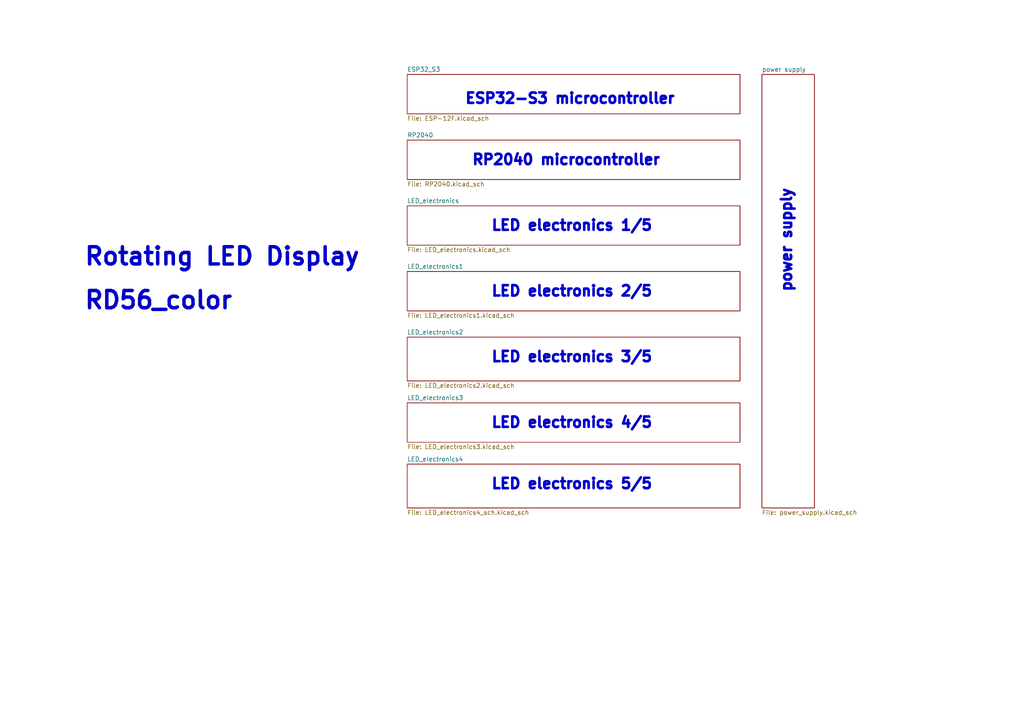
<source format=kicad_sch>
(kicad_sch
	(version 20231120)
	(generator "eeschema")
	(generator_version "8.0")
	(uuid "f80c1822-db32-4cb0-a7ce-3b6816566ddf")
	(paper "A4")
	(title_block
		(title "RD56_color")
		(date "2023-08-20")
		(rev "Rev 2")
		(company "Ludwin Monz")
		(comment 1 "you may not use the material for commercial purposes.")
		(comment 2 "you may use non-commercially, adapt, share alike ")
		(comment 3 "https://creativecommons.org/licenses/by-nc-sa/4.0/")
		(comment 4 "License: Creative Commons Attribution-Non-Commercial (CC BY-NC-SA)")
	)
	(lib_symbols)
	(text "Rotating LED Display"
		(exclude_from_sim no)
		(at 24.13 77.47 0)
		(effects
			(font
				(size 5 5)
				(bold yes)
			)
			(justify left bottom)
		)
		(uuid "0db0b716-fc86-4361-8210-24d9984c5ab8")
	)
	(text "RP2040 microcontroller"
		(exclude_from_sim no)
		(at 191.77 48.26 0)
		(effects
			(font
				(size 3 3)
				(thickness 0.8)
				(bold yes)
			)
			(justify right bottom)
		)
		(uuid "2b9358ef-66fa-40e2-897a-29f72a8d8dd3")
	)
	(text "LED electronics 5/5"
		(exclude_from_sim no)
		(at 142.24 142.24 0)
		(effects
			(font
				(size 3 3)
				(thickness 0.8)
				(bold yes)
			)
			(justify left bottom)
		)
		(uuid "800ff070-1b85-4219-a36f-e037a1f3d6a8")
	)
	(text "LED electronics 3/5"
		(exclude_from_sim no)
		(at 142.24 105.41 0)
		(effects
			(font
				(size 3 3)
				(thickness 0.8)
				(bold yes)
			)
			(justify left bottom)
		)
		(uuid "8cbd3600-e695-4e5c-9ae1-d2f08a0a67da")
	)
	(text "power supply"
		(exclude_from_sim no)
		(at 229.87 85.09 90)
		(effects
			(font
				(size 3 3)
				(thickness 0.8)
				(bold yes)
			)
			(justify left bottom)
		)
		(uuid "90425795-5a8e-46fd-bac6-3a7ff42311c1")
	)
	(text "ESP32-S3 microcontroller"
		(exclude_from_sim no)
		(at 134.62 30.48 0)
		(effects
			(font
				(size 3 3)
				(thickness 0.8)
				(bold yes)
			)
			(justify left bottom)
		)
		(uuid "a1d0b7b9-7d9d-4e37-8977-06816de5cc50")
	)
	(text "RD56_color"
		(exclude_from_sim no)
		(at 24.13 90.17 0)
		(effects
			(font
				(size 5 5)
				(bold yes)
			)
			(justify left bottom)
		)
		(uuid "bd09edbb-119a-45d3-8756-ef26cbfc67bb")
	)
	(text "LED electronics 1/5"
		(exclude_from_sim no)
		(at 142.24 67.31 0)
		(effects
			(font
				(size 3 3)
				(thickness 0.8)
				(bold yes)
			)
			(justify left bottom)
		)
		(uuid "ca02489d-d058-40c3-aa1d-538dfd145613")
	)
	(text "LED electronics 2/5"
		(exclude_from_sim no)
		(at 142.24 86.36 0)
		(effects
			(font
				(size 3 3)
				(thickness 0.8)
				(bold yes)
			)
			(justify left bottom)
		)
		(uuid "d22aef1f-19c9-4834-b353-4af203eb5921")
	)
	(text "LED electronics 4/5"
		(exclude_from_sim no)
		(at 142.24 124.46 0)
		(effects
			(font
				(size 3 3)
				(thickness 0.8)
				(bold yes)
			)
			(justify left bottom)
		)
		(uuid "f17e10f3-4c92-4191-b4cf-b6d502c4d25c")
	)
	(sheet
		(at 118.11 78.74)
		(size 96.52 11.43)
		(fields_autoplaced yes)
		(stroke
			(width 0.1524)
			(type solid)
		)
		(fill
			(color 0 0 0 0.0000)
		)
		(uuid "17ff4d09-ce0d-4377-8642-864f00716734")
		(property "Sheetname" "LED_electronics1"
			(at 118.11 78.0284 0)
			(effects
				(font
					(size 1.27 1.27)
				)
				(justify left bottom)
			)
		)
		(property "Sheetfile" "LED_electronics1.kicad_sch"
			(at 118.11 90.7546 0)
			(effects
				(font
					(size 1.27 1.27)
				)
				(justify left top)
			)
		)
		(instances
			(project "RD56"
				(path "/f80c1822-db32-4cb0-a7ce-3b6816566ddf"
					(page "6")
				)
			)
		)
	)
	(sheet
		(at 118.11 134.62)
		(size 96.52 12.7)
		(fields_autoplaced yes)
		(stroke
			(width 0.1524)
			(type solid)
		)
		(fill
			(color 0 0 0 0.0000)
		)
		(uuid "3bddc1b2-e6c8-4e21-8e71-6cbe9ef35c8e")
		(property "Sheetname" "LED_electronics4"
			(at 118.11 133.9084 0)
			(effects
				(font
					(size 1.27 1.27)
				)
				(justify left bottom)
			)
		)
		(property "Sheetfile" "LED_electronics4_sch.kicad_sch"
			(at 118.11 147.9046 0)
			(effects
				(font
					(size 1.27 1.27)
				)
				(justify left top)
			)
		)
		(instances
			(project "RD56"
				(path "/f80c1822-db32-4cb0-a7ce-3b6816566ddf"
					(page "9")
				)
			)
		)
	)
	(sheet
		(at 118.11 116.84)
		(size 96.52 11.43)
		(fields_autoplaced yes)
		(stroke
			(width 0.1524)
			(type solid)
		)
		(fill
			(color 0 0 0 0.0000)
		)
		(uuid "47ece87e-017c-4718-abff-76270e25c87a")
		(property "Sheetname" "LED_electronics3"
			(at 118.11 116.1284 0)
			(effects
				(font
					(size 1.27 1.27)
				)
				(justify left bottom)
			)
		)
		(property "Sheetfile" "LED_electronics3.kicad_sch"
			(at 118.11 128.8546 0)
			(effects
				(font
					(size 1.27 1.27)
				)
				(justify left top)
			)
		)
		(instances
			(project "RD56"
				(path "/f80c1822-db32-4cb0-a7ce-3b6816566ddf"
					(page "8")
				)
			)
		)
	)
	(sheet
		(at 118.11 21.59)
		(size 96.52 11.43)
		(fields_autoplaced yes)
		(stroke
			(width 0.1524)
			(type solid)
		)
		(fill
			(color 0 0 0 0.0000)
		)
		(uuid "60576bfa-25be-45f9-a7b1-05702062c2f4")
		(property "Sheetname" "ESP32_S3"
			(at 118.11 20.8784 0)
			(effects
				(font
					(size 1.27 1.27)
				)
				(justify left bottom)
			)
		)
		(property "Sheetfile" "ESP-12F.kicad_sch"
			(at 118.11 33.6046 0)
			(effects
				(font
					(size 1.27 1.27)
				)
				(justify left top)
			)
		)
		(instances
			(project "RD56"
				(path "/f80c1822-db32-4cb0-a7ce-3b6816566ddf"
					(page "3")
				)
			)
		)
	)
	(sheet
		(at 118.11 97.79)
		(size 96.52 12.7)
		(fields_autoplaced yes)
		(stroke
			(width 0.1524)
			(type solid)
		)
		(fill
			(color 0 0 0 0.0000)
		)
		(uuid "68dca826-3398-40bc-acf0-d5aa729edb0e")
		(property "Sheetname" "LED_electronics2"
			(at 118.11 97.0784 0)
			(effects
				(font
					(size 1.27 1.27)
				)
				(justify left bottom)
			)
		)
		(property "Sheetfile" "LED_electronics2.kicad_sch"
			(at 118.11 111.0746 0)
			(effects
				(font
					(size 1.27 1.27)
				)
				(justify left top)
			)
		)
		(instances
			(project "RD56"
				(path "/f80c1822-db32-4cb0-a7ce-3b6816566ddf"
					(page "7")
				)
			)
		)
	)
	(sheet
		(at 118.11 59.69)
		(size 96.52 11.43)
		(fields_autoplaced yes)
		(stroke
			(width 0.1524)
			(type solid)
		)
		(fill
			(color 0 0 0 0.0000)
		)
		(uuid "99607da6-50be-4295-8e4b-f0efebb06faf")
		(property "Sheetname" "LED_electronics"
			(at 118.11 58.9784 0)
			(effects
				(font
					(size 1.27 1.27)
				)
				(justify left bottom)
			)
		)
		(property "Sheetfile" "LED_electronics.kicad_sch"
			(at 118.11 71.7046 0)
			(effects
				(font
					(size 1.27 1.27)
				)
				(justify left top)
			)
		)
		(instances
			(project "RD56"
				(path "/f80c1822-db32-4cb0-a7ce-3b6816566ddf"
					(page "5")
				)
			)
		)
	)
	(sheet
		(at 118.11 40.64)
		(size 96.52 11.43)
		(fields_autoplaced yes)
		(stroke
			(width 0.1524)
			(type solid)
		)
		(fill
			(color 0 0 0 0.0000)
		)
		(uuid "de1eca94-b0eb-49ba-ab4d-889b8e3226f1")
		(property "Sheetname" "RP2040"
			(at 118.11 39.9284 0)
			(effects
				(font
					(size 1.27 1.27)
				)
				(justify left bottom)
			)
		)
		(property "Sheetfile" "RP2040.kicad_sch"
			(at 118.11 52.6546 0)
			(effects
				(font
					(size 1.27 1.27)
				)
				(justify left top)
			)
		)
		(property "Feld2" ""
			(at 118.11 40.64 0)
			(effects
				(font
					(size 1.27 1.27)
				)
				(hide yes)
			)
		)
		(instances
			(project "RD56"
				(path "/f80c1822-db32-4cb0-a7ce-3b6816566ddf"
					(page "4")
				)
			)
		)
	)
	(sheet
		(at 220.98 21.59)
		(size 15.24 125.73)
		(fields_autoplaced yes)
		(stroke
			(width 0.1524)
			(type solid)
		)
		(fill
			(color 0 0 0 0.0000)
		)
		(uuid "f138aa31-671e-4f5b-b5e9-39e5bebbcf26")
		(property "Sheetname" "power supply"
			(at 220.98 20.8784 0)
			(effects
				(font
					(size 1.27 1.27)
				)
				(justify left bottom)
			)
		)
		(property "Sheetfile" "power_supply.kicad_sch"
			(at 220.98 147.9046 0)
			(effects
				(font
					(size 1.27 1.27)
				)
				(justify left top)
			)
		)
		(instances
			(project "RD56"
				(path "/f80c1822-db32-4cb0-a7ce-3b6816566ddf"
					(page "2")
				)
			)
		)
	)
	(sheet_instances
		(path "/"
			(page "1")
		)
	)
)

</source>
